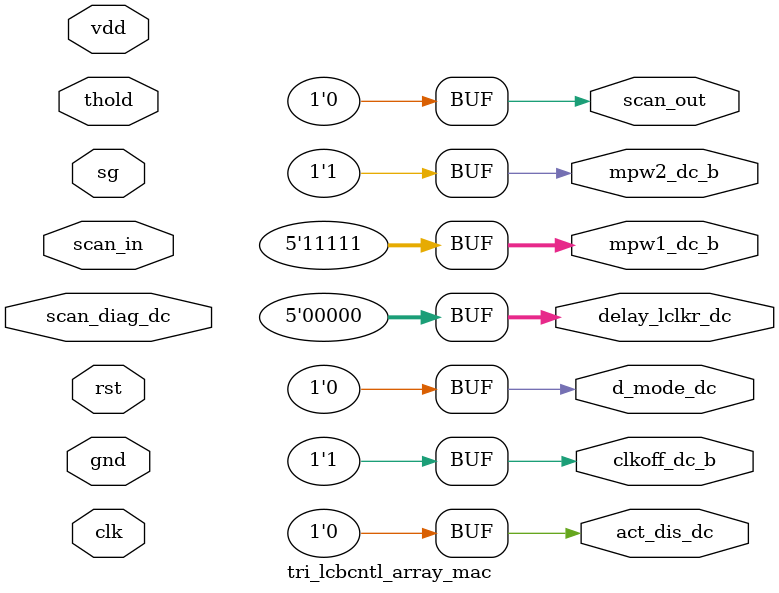
<source format=v>

`timescale 1 ns / 1 ns


`include "tri_a2o.vh"

module tri_lcbcntl_array_mac (
   vdd,
   gnd,
   sg,
   clk,
   rst,
   scan_in,
   scan_diag_dc,
   thold,
   clkoff_dc_b,
   delay_lclkr_dc,
   act_dis_dc,
   d_mode_dc,
   mpw1_dc_b,
   mpw2_dc_b,
   scan_out
);
   inout        vdd;
   inout        gnd;
   input        sg;
   input        rst;
   input        clk;
   input        scan_in;
   input        scan_diag_dc;
   input        thold;
   output       clkoff_dc_b;
   output [0:4] delay_lclkr_dc;
   output       act_dis_dc;
   output       d_mode_dc;
   output [0:4] mpw1_dc_b;
   output       mpw2_dc_b;
   output       scan_out;

   // tri_lcbcntl_array_mac

    (* analysis_not_referenced="true" *)
   wire         unused;

   assign clkoff_dc_b = 1'b1;
   assign delay_lclkr_dc = 5'b00000;
   assign act_dis_dc = 1'b0;
   assign d_mode_dc = 1'b0;
   assign mpw1_dc_b = 5'b11111;
   assign mpw2_dc_b = 1'b1;
   assign scan_out = 1'b0;

   assign unused = vdd | gnd | sg | scan_in | scan_diag_dc | thold;
endmodule

</source>
